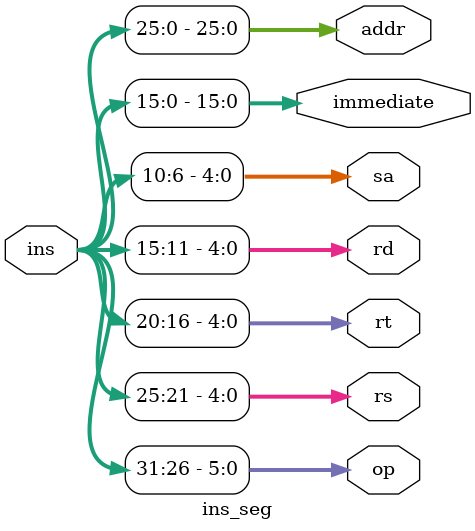
<source format=v>
`timescale 1ns / 1ps


module ins_seg(
        input [31:0] ins,
        output reg[5:0] op,
        output reg[4:0] rs,
        output reg[4:0] rt,
        output reg[4:0] rd,
        output reg[4:0] sa,
        output reg[15:0] immediate,
        output reg[25:0] addr
    );
    
    initial begin
        op = 5'b00000;
        rs = 5'b00000;
        rt = 5'b00000;
        rd = 5'b00000;
    end
    
    always@(ins) begin
        // R type instruction
        op = ins[31:26];
        rs = ins[25:21];
        rt = ins[20:16];
        rd = ins[15:11];
        sa = ins[10:6];
        // I type instruction
        immediate = ins[15:0];
        // J type instruction
        addr = ins[25:0];
    end
endmodule
</source>
